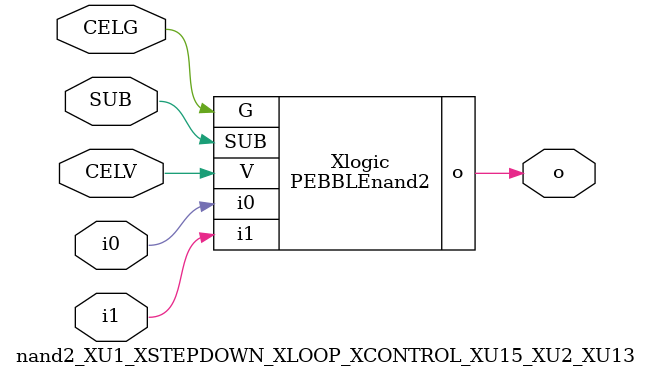
<source format=v>



module PEBBLEnand2 ( o, G, SUB, V, i0, i1 );

  input i0;
  input V;
  input i1;
  input G;
  output o;
  input SUB;
endmodule

//Celera Confidential Do Not Copy nand2_XU1_XSTEPDOWN_XLOOP_XCONTROL_XU15_XU2_XU13
//Celera Confidential Symbol Generator
//5V NAND2
module nand2_XU1_XSTEPDOWN_XLOOP_XCONTROL_XU15_XU2_XU13 (CELV,CELG,i0,i1,o,SUB);
input CELV;
input CELG;
input i0;
input i1;
input SUB;
output o;

//Celera Confidential Do Not Copy nand2
PEBBLEnand2 Xlogic(
.V (CELV),
.i0 (i0),
.i1 (i1),
.o (o),
.SUB (SUB),
.G (CELG)
);
//,diesize,PEBBLEnand2

//Celera Confidential Do Not Copy Module End
//Celera Schematic Generator
endmodule

</source>
